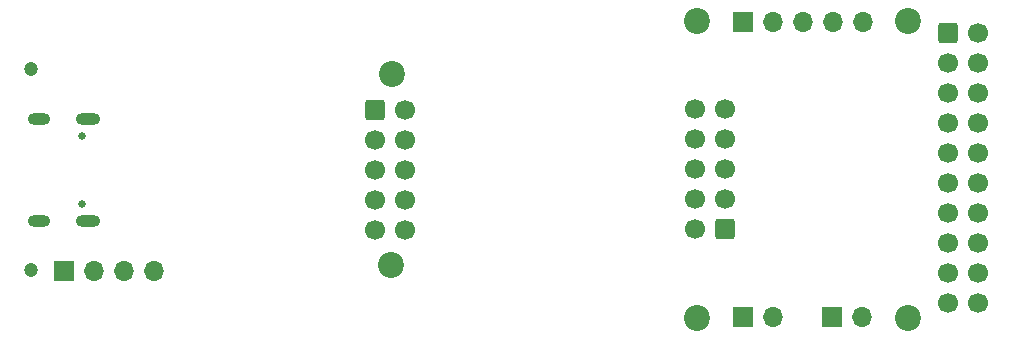
<source format=gbs>
%TF.GenerationSoftware,KiCad,Pcbnew,(6.0.8)*%
%TF.CreationDate,2022-11-07T22:55:54+08:00*%
%TF.ProjectId,UINIO-DAP-Link,55494e49-4f2d-4444-9150-2d4c696e6b2e,Version 1.0.0*%
%TF.SameCoordinates,Original*%
%TF.FileFunction,Soldermask,Bot*%
%TF.FilePolarity,Negative*%
%FSLAX46Y46*%
G04 Gerber Fmt 4.6, Leading zero omitted, Abs format (unit mm)*
G04 Created by KiCad (PCBNEW (6.0.8)) date 2022-11-07 22:55:54*
%MOMM*%
%LPD*%
G01*
G04 APERTURE LIST*
G04 Aperture macros list*
%AMRoundRect*
0 Rectangle with rounded corners*
0 $1 Rounding radius*
0 $2 $3 $4 $5 $6 $7 $8 $9 X,Y pos of 4 corners*
0 Add a 4 corners polygon primitive as box body*
4,1,4,$2,$3,$4,$5,$6,$7,$8,$9,$2,$3,0*
0 Add four circle primitives for the rounded corners*
1,1,$1+$1,$2,$3*
1,1,$1+$1,$4,$5*
1,1,$1+$1,$6,$7*
1,1,$1+$1,$8,$9*
0 Add four rect primitives between the rounded corners*
20,1,$1+$1,$2,$3,$4,$5,0*
20,1,$1+$1,$4,$5,$6,$7,0*
20,1,$1+$1,$6,$7,$8,$9,0*
20,1,$1+$1,$8,$9,$2,$3,0*%
G04 Aperture macros list end*
%ADD10R,1.700000X1.700000*%
%ADD11O,1.700000X1.700000*%
%ADD12C,1.200000*%
%ADD13RoundRect,0.250000X-0.600000X-0.600000X0.600000X-0.600000X0.600000X0.600000X-0.600000X0.600000X0*%
%ADD14C,1.700000*%
%ADD15C,2.200000*%
%ADD16RoundRect,0.250000X0.600000X0.600000X-0.600000X0.600000X-0.600000X-0.600000X0.600000X-0.600000X0*%
%ADD17C,0.650000*%
%ADD18O,2.100000X1.000000*%
%ADD19O,1.900000X1.000000*%
G04 APERTURE END LIST*
D10*
%TO.C,J6*%
X106940000Y-115940000D03*
D11*
X109480000Y-115940000D03*
X112020000Y-115940000D03*
X114560000Y-115940000D03*
%TD*%
D12*
%TO.C,HOLE2*%
X104170000Y-115860000D03*
%TD*%
D13*
%TO.C,J7*%
X133240000Y-102320000D03*
D14*
X135780000Y-102320000D03*
X133240000Y-104860000D03*
X135780000Y-104860000D03*
X133240000Y-107400000D03*
X135780000Y-107400000D03*
X133240000Y-109940000D03*
X135780000Y-109940000D03*
X133240000Y-112480000D03*
X135780000Y-112480000D03*
%TD*%
D15*
%TO.C,HOLE8*%
X178414000Y-94810000D03*
%TD*%
%TO.C,HOLE7*%
X178434000Y-119950000D03*
%TD*%
D13*
%TO.C,J2*%
X181808500Y-95792000D03*
D14*
X184348500Y-95792000D03*
X181808500Y-98332000D03*
X184348500Y-98332000D03*
X181808500Y-100872000D03*
X184348500Y-100872000D03*
X181808500Y-103412000D03*
X184348500Y-103412000D03*
X181808500Y-105952000D03*
X184348500Y-105952000D03*
X181808500Y-108492000D03*
X184348500Y-108492000D03*
X181808500Y-111032000D03*
X184348500Y-111032000D03*
X181808500Y-113572000D03*
X184348500Y-113572000D03*
X181808500Y-116112000D03*
X184348500Y-116112000D03*
X181808500Y-118652000D03*
X184348500Y-118652000D03*
%TD*%
D10*
%TO.C,J4*%
X164415000Y-119864000D03*
D11*
X166955000Y-119864000D03*
%TD*%
D12*
%TO.C,HOLE1*%
X104170000Y-98860000D03*
%TD*%
D16*
%TO.C,J5*%
X162901500Y-112450000D03*
D14*
X160361500Y-112450000D03*
X162901500Y-109910000D03*
X160361500Y-109910000D03*
X162901500Y-107370000D03*
X160361500Y-107370000D03*
X162901500Y-104830000D03*
X160361500Y-104830000D03*
X162901500Y-102290000D03*
X160361500Y-102290000D03*
%TD*%
D15*
%TO.C,HOLE6*%
X160554000Y-119920000D03*
%TD*%
D17*
%TO.C,USB1*%
X108489000Y-110340000D03*
X108489000Y-104560000D03*
D18*
X108989000Y-103125000D03*
X108989000Y-111775000D03*
D19*
X104789000Y-103125000D03*
X104789000Y-111775000D03*
%TD*%
D10*
%TO.C,J1*%
X164405000Y-94894000D03*
D11*
X166945000Y-94894000D03*
X169485000Y-94894000D03*
X172025000Y-94894000D03*
X174565000Y-94894000D03*
%TD*%
D15*
%TO.C,HOLE4*%
X134710000Y-99260000D03*
%TD*%
%TO.C,HOLE5*%
X160514000Y-94810000D03*
%TD*%
%TO.C,HOLE3*%
X134670000Y-115510000D03*
%TD*%
D10*
%TO.C,J3*%
X171975000Y-119864000D03*
D11*
X174515000Y-119864000D03*
%TD*%
M02*

</source>
